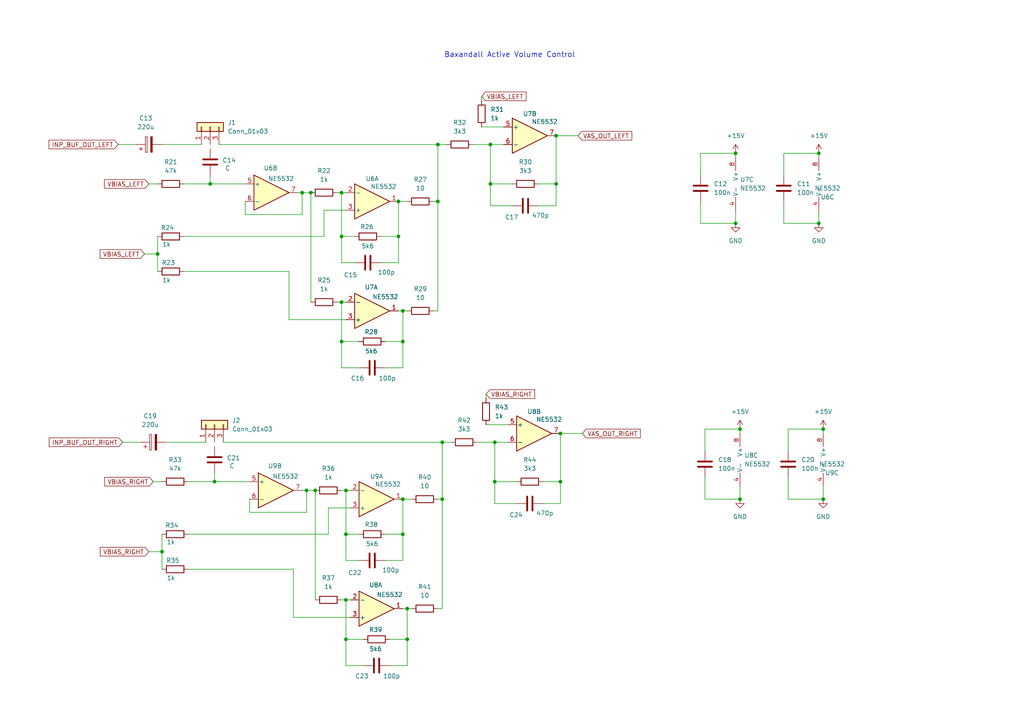
<source format=kicad_sch>
(kicad_sch (version 20250114) (generator "eeschema") (generator_version "9.0")
  (paper "A4")
  (lib_symbols
    (symbol "Amplifier_Operational:NE5532" (pin_names (offset 0.127))
      (property "Reference" "U" (at 0 5.08 0))
      (property "Value" "NE5532" (at 0 -5.08 0))
      (symbol "NE5532_1_1"
        (polyline (pts (xy -5.08 5.08) (xy 5.08 0) (xy -5.08 -5.08) (xy -5.08 5.08)) (stroke (width 0.254)) (fill (type background)))
        (pin input line (at -7.62 2.54 0) (length 2.54) (name "+") (number "3"))
        (pin input line (at -7.62 -2.54 0) (length 2.54) (name "-") (number "2"))
        (pin output line (at 7.62 0 180) (length 2.54) (name "~") (number "1"))
      )
      (symbol "NE5532_2_1"
        (polyline (pts (xy -5.08 5.08) (xy 5.08 0) (xy -5.08 -5.08) (xy -5.08 5.08)) (stroke (width 0.254)) (fill (type background)))
        (pin input line (at -7.62 2.54 0) (length 2.54) (name "+") (number "5"))
        (pin input line (at -7.62 -2.54 0) (length 2.54) (name "-") (number "6"))
        (pin output line (at 7.62 0 180) (length 2.54) (name "~") (number "7"))
      )
      (symbol "NE5532_3_1"
        (pin power_in line (at -2.54 7.62 270) (length 3.81) (name "V+") (number "8"))
        (pin power_in line (at -2.54 -7.62 90) (length 3.81) (name "V-") (number "4"))
      )
    )
    (symbol "Connector_Generic:Conn_01x03" (pin_names (offset 1.016) (hide yes))
      (property "Reference" "J" (at 0 5.08 0))
      (property "Value" "Conn_01x03" (at 0 -5.08 0))
      (symbol "Conn_01x03_1_1"
        (rectangle (start -1.27 3.81) (end 1.27 -3.81) (stroke (width 0.254)) (fill (type background)))
        (rectangle (start -1.27 2.667) (end 0 2.413) (stroke (width 0.1524)))
        (rectangle (start -1.27 0.127) (end 0 -0.127) (stroke (width 0.1524)))
        (rectangle (start -1.27 -2.413) (end 0 -2.667) (stroke (width 0.1524)))
        (pin passive line (at -5.08 2.54 0) (length 3.81) (name "Pin_1") (number "1"))
        (pin passive line (at -5.08 0 0) (length 3.81) (name "Pin_2") (number "2"))
        (pin passive line (at -5.08 -2.54 0) (length 3.81) (name "Pin_3") (number "3"))
      )
    )
    (symbol "Device:C" (pin_numbers (hide yes)) (pin_names (offset 0.254))
      (property "Reference" "C" (at 0.635 2.54 0))
      (property "Value" "C" (at 0.635 -2.54 0))
      (symbol "C_0_1"
        (polyline (pts (xy -2.032 0.762) (xy 2.032 0.762)) (stroke (width 0.508)))
        (polyline (pts (xy -2.032 -0.762) (xy 2.032 -0.762)) (stroke (width 0.508)))
      )
      (symbol "C_1_1"
        (pin passive line (at 0 3.81 270) (length 2.794) (name "~") (number "1"))
        (pin passive line (at 0 -3.81 90) (length 2.794) (name "~") (number "2"))
      )
    )
    (symbol "Device:C_Polarized" (pin_numbers (hide yes)) (pin_names (offset 0.254))
      (property "Reference" "C" (at 0.635 2.54 0))
      (property "Value" "C_Polarized" (at 0.635 -2.54 0))
      (symbol "C_Polarized_0_1"
        (rectangle (start -2.286 0.508) (end 2.286 1.016))
        (polyline (pts (xy -1.778 2.286) (xy -0.762 2.286)))
        (polyline (pts (xy -1.27 2.794) (xy -1.27 1.778)))
        (rectangle (start 2.286 -0.508) (end -2.286 -1.016) (fill (type outline)))
      )
      (symbol "C_Polarized_1_1"
        (pin passive line (at 0 3.81 270) (length 2.794) (name "~") (number "1"))
        (pin passive line (at 0 -3.81 90) (length 2.794) (name "~") (number "2"))
      )
    )
    (symbol "Device:R" (pin_numbers (hide yes)) (pin_names (offset 0))
      (property "Reference" "R" (at 2.032 0 90))
      (property "Value" "R" (at 0 0 90))
      (symbol "R_0_1"
        (rectangle (start -1.016 -2.54) (end 1.016 2.54) (stroke (width 0.254)))
      )
      (symbol "R_1_1"
        (pin passive line (at 0 3.81 270) (length 1.27) (name "~") (number "1"))
        (pin passive line (at 0 -3.81 90) (length 1.27) (name "~") (number "2"))
      )
    )
    (symbol "NE5532_1" (pin_names (offset 0.127))
      (property "Reference" "U6" (at 0 -3.81 0))
      (property "Value" "NE5532" (at 0 -1.27 0))
      (symbol "NE5532_1_1_1"
        (polyline (pts (xy -5.08 1.27) (xy 5.08 6.35) (xy -5.08 11.43) (xy -5.08 1.27)) (stroke (width 0.254)) (fill (type background)))
        (pin input line (at -7.62 8.89 0) (length 2.54) (name "-") (number "2"))
        (pin input line (at -7.62 3.81 0) (length 2.54) (name "+") (number "3"))
        (pin output line (at 7.62 6.35 180) (length 2.54) (name "~") (number "1"))
      )
      (symbol "NE5532_1_2_1"
        (polyline (pts (xy -5.08 5.08) (xy 5.08 0) (xy -5.08 -5.08) (xy -5.08 5.08)) (stroke (width 0.254)) (fill (type background)))
        (pin input line (at -7.62 2.54 0) (length 2.54) (name "+") (number "5"))
        (pin input line (at -7.62 -2.54 0) (length 2.54) (name "-") (number "6"))
        (pin output line (at 7.62 0 180) (length 2.54) (name "~") (number "7"))
      )
      (symbol "NE5532_1_3_1"
        (pin power_in line (at -2.54 7.62 270) (length 3.81) (name "V+") (number "8"))
        (pin power_in line (at -2.54 -7.62 90) (length 3.81) (name "V-") (number "4"))
      )
    )
    (symbol "NE5532_2" (pin_names (offset 0.127))
      (property "Reference" "U6" (at 0 -3.81 0))
      (property "Value" "NE5532" (at 0 -1.27 0))
      (symbol "NE5532_2_1_1"
        (polyline (pts (xy -5.08 1.27) (xy 5.08 6.35) (xy -5.08 11.43) (xy -5.08 1.27)) (stroke (width 0.254)) (fill (type background)))
        (pin input line (at -7.62 8.89 0) (length 2.54) (name "-") (number "2"))
        (pin input line (at -7.62 3.81 0) (length 2.54) (name "+") (number "3"))
        (pin output line (at 7.62 6.35 180) (length 2.54) (name "~") (number "1"))
      )
      (symbol "NE5532_2_2_1"
        (polyline (pts (xy -5.08 5.08) (xy 5.08 0) (xy -5.08 -5.08) (xy -5.08 5.08)) (stroke (width 0.254)) (fill (type background)))
        (pin input line (at -7.62 2.54 0) (length 2.54) (name "+") (number "5"))
        (pin input line (at -7.62 -2.54 0) (length 2.54) (name "-") (number "6"))
        (pin output line (at 7.62 0 180) (length 2.54) (name "~") (number "7"))
      )
      (symbol "NE5532_2_3_1"
        (pin power_in line (at -2.54 7.62 270) (length 3.81) (name "V+") (number "8"))
        (pin power_in line (at -2.54 -7.62 90) (length 3.81) (name "V-") (number "4"))
      )
    )
    (symbol "NE5532_3" (pin_names (offset 0.127))
      (property "Reference" "U6" (at 0 -3.81 0))
      (property "Value" "NE5532" (at 0 -1.27 0))
      (symbol "NE5532_3_1_1"
        (polyline (pts (xy -5.08 1.27) (xy 5.08 6.35) (xy -5.08 11.43) (xy -5.08 1.27)) (stroke (width 0.254)) (fill (type background)))
        (pin input line (at -7.62 8.89 0) (length 2.54) (name "-") (number "2"))
        (pin input line (at -7.62 3.81 0) (length 2.54) (name "+") (number "3"))
        (pin output line (at 7.62 6.35 180) (length 2.54) (name "~") (number "1"))
      )
      (symbol "NE5532_3_2_1"
        (polyline (pts (xy -5.08 5.08) (xy 5.08 0) (xy -5.08 -5.08) (xy -5.08 5.08)) (stroke (width 0.254)) (fill (type background)))
        (pin input line (at -7.62 2.54 0) (length 2.54) (name "+") (number "5"))
        (pin input line (at -7.62 -2.54 0) (length 2.54) (name "-") (number "6"))
        (pin output line (at 7.62 0 180) (length 2.54) (name "~") (number "7"))
      )
      (symbol "NE5532_3_3_1"
        (pin power_in line (at -2.54 7.62 270) (length 3.81) (name "V+") (number "8"))
        (pin power_in line (at -2.54 -7.62 90) (length 3.81) (name "V-") (number "4"))
      )
    )
    (symbol "power:+15V" (power) (pin_numbers (hide yes)) (pin_names (offset 0) (hide yes))
      (property "Value" "+15V" (at 0 3.556 0))
      (symbol "+15V_0_1"
        (polyline (pts (xy -0.762 1.27) (xy 0 2.54)))
        (polyline (pts (xy 0 2.54) (xy 0.762 1.27)))
        (polyline (pts (xy 0 0) (xy 0 2.54)))
      )
      (symbol "+15V_1_1"
        (pin power_in line (at 0 0 90) (length 0) (name "~") (number "1"))
      )
    )
    (symbol "power:GND" (power) (pin_numbers (hide yes)) (pin_names (offset 0) (hide yes))
      (property "Value" "GND" (at 0 -3.81 0))
      (symbol "GND_0_1"
        (polyline (pts (xy 0 0) (xy 0 -1.27) (xy 1.27 -1.27) (xy 0 -2.54) (xy -1.27 -1.27) (xy 0 -1.27)))
      )
      (symbol "GND_1_1"
        (pin power_in line (at 0 0 270) (length 0) (name "~") (number "1"))
      )
    )
  )
  (text "Baxandall Active Volume Control\n" (at 147.828 16.002 0) (effects (font (size 1.524 1.524))))
  (junction (at 214.63 124.46))
  (junction (at 162.56 125.73))
  (junction (at 214.63 144.78))
  (junction (at 118.11 185.42))
  (junction (at 99.06 99.06))
  (junction (at 100.33 154.94))
  (junction (at 142.24 41.91))
  (junction (at 99.06 87.63))
  (junction (at 100.33 142.24))
  (junction (at 91.44 142.24))
  (junction (at 100.33 173.99))
  (junction (at 100.33 185.42))
  (junction (at 127 41.91))
  (junction (at 213.36 64.77))
  (junction (at 115.57 58.42))
  (junction (at 99.06 55.88))
  (junction (at 62.23 139.7))
  (junction (at 60.96 53.34))
  (junction (at 99.06 68.58))
  (junction (at 128.27 144.78))
  (junction (at 116.84 154.94))
  (junction (at 143.51 139.7))
  (junction (at 128.27 128.27))
  (junction (at 88.9 142.24))
  (junction (at 90.17 55.88))
  (junction (at 237.49 64.77))
  (junction (at 45.72 73.66))
  (junction (at 161.29 53.34))
  (junction (at 161.29 39.37))
  (junction (at 238.76 124.46))
  (junction (at 116.84 90.17))
  (junction (at 116.84 99.06))
  (junction (at 162.56 139.7))
  (junction (at 213.36 44.45))
  (junction (at 237.49 44.45))
  (junction (at 118.11 176.53))
  (junction (at 143.51 128.27))
  (junction (at 115.57 68.58))
  (junction (at 142.24 53.34))
  (junction (at 87.63 55.88))
  (junction (at 127 58.42))
  (junction (at 116.84 144.78))
  (junction (at 238.76 144.78))
  (junction (at 46.99 160.02))
  (wire (pts (xy 104.14 162.56) (xy 100.33 162.56)))
  (wire (pts (xy 111.76 154.94) (xy 116.84 154.94)))
  (wire (pts (xy 116.84 106.68) (xy 116.84 99.06)))
  (wire (pts (xy 118.11 176.53) (xy 116.84 176.53)))
  (wire (pts (xy 228.6 144.78) (xy 238.76 144.78)))
  (wire (pts (xy 34.29 41.91) (xy 39.37 41.91)))
  (wire (pts (xy 147.32 123.19) (xy 140.97 123.19)))
  (wire (pts (xy 227.33 64.77) (xy 227.33 58.42)))
  (wire (pts (xy 99.06 55.88) (xy 100.33 55.88)))
  (wire (pts (xy 110.49 76.2) (xy 115.57 76.2)))
  (wire (pts (xy 54.61 154.94) (xy 95.25 154.94)))
  (wire (pts (xy 128.27 144.78) (xy 128.27 176.53)))
  (wire (pts (xy 85.09 165.1) (xy 85.09 179.07)))
  (wire (pts (xy 227.33 44.45) (xy 237.49 44.45)))
  (wire (pts (xy 100.33 193.04) (xy 105.41 193.04)))
  (wire (pts (xy 118.11 185.42) (xy 118.11 176.53)))
  (wire (pts (xy 53.34 53.34) (xy 60.96 53.34)))
  (wire (pts (xy 204.47 144.78) (xy 214.63 144.78)))
  (wire (pts (xy 139.7 27.94) (xy 139.7 29.21)))
  (wire (pts (xy 44.45 139.7) (xy 46.99 139.7)))
  (wire (pts (xy 143.51 128.27) (xy 143.51 139.7)))
  (wire (pts (xy 148.59 59.69) (xy 142.24 59.69)))
  (wire (pts (xy 115.57 68.58) (xy 115.57 76.2)))
  (wire (pts (xy 161.29 53.34) (xy 161.29 59.69)))
  (wire (pts (xy 204.47 144.78) (xy 204.47 138.43)))
  (wire (pts (xy 237.49 44.45) (xy 237.49 45.72)))
  (wire (pts (xy 53.34 78.74) (xy 83.82 78.74)))
  (wire (pts (xy 143.51 146.05) (xy 143.51 139.7)))
  (wire (pts (xy 64.77 128.27) (xy 128.27 128.27)))
  (wire (pts (xy 48.26 128.27) (xy 59.69 128.27)))
  (wire (pts (xy 99.06 87.63) (xy 100.33 87.63)))
  (wire (pts (xy 99.06 55.88) (xy 99.06 68.58)))
  (wire (pts (xy 137.16 41.91) (xy 142.24 41.91)))
  (wire (pts (xy 85.09 179.07) (xy 101.6 179.07)))
  (wire (pts (xy 142.24 59.69) (xy 142.24 53.34)))
  (wire (pts (xy 116.84 144.78) (xy 116.84 154.94)))
  (wire (pts (xy 162.56 125.73) (xy 168.91 125.73)))
  (wire (pts (xy 204.47 130.81) (xy 204.47 124.46)))
  (wire (pts (xy 46.99 41.91) (xy 58.42 41.91)))
  (wire (pts (xy 156.21 53.34) (xy 161.29 53.34)))
  (wire (pts (xy 127 58.42) (xy 127 41.91)))
  (wire (pts (xy 62.23 139.7) (xy 72.39 139.7)))
  (wire (pts (xy 93.98 68.58) (xy 93.98 60.96)))
  (wire (pts (xy 203.2 64.77) (xy 203.2 58.42)))
  (wire (pts (xy 228.6 144.78) (xy 228.6 138.43)))
  (wire (pts (xy 46.99 165.1) (xy 46.99 160.02)))
  (wire (pts (xy 140.97 114.3) (xy 140.97 115.57)))
  (wire (pts (xy 41.91 73.66) (xy 45.72 73.66)))
  (wire (pts (xy 71.12 62.23) (xy 87.63 62.23)))
  (wire (pts (xy 111.76 106.68) (xy 116.84 106.68)))
  (wire (pts (xy 53.34 68.58) (xy 93.98 68.58)))
  (wire (pts (xy 88.9 142.24) (xy 87.63 142.24)))
  (wire (pts (xy 203.2 44.45) (xy 213.36 44.45)))
  (wire (pts (xy 116.84 154.94) (xy 116.84 162.56)))
  (wire (pts (xy 95.25 154.94) (xy 95.25 147.32)))
  (wire (pts (xy 35.56 128.27) (xy 40.64 128.27)))
  (wire (pts (xy 99.06 106.68) (xy 104.14 106.68)))
  (wire (pts (xy 238.76 140.97) (xy 238.76 144.78)))
  (wire (pts (xy 105.41 185.42) (xy 100.33 185.42)))
  (wire (pts (xy 161.29 39.37) (xy 161.29 53.34)))
  (wire (pts (xy 100.33 162.56) (xy 100.33 154.94)))
  (wire (pts (xy 203.2 50.8) (xy 203.2 44.45)))
  (wire (pts (xy 99.06 99.06) (xy 99.06 106.68)))
  (wire (pts (xy 45.72 78.74) (xy 45.72 73.66)))
  (wire (pts (xy 149.86 146.05) (xy 143.51 146.05)))
  (wire (pts (xy 213.36 60.96) (xy 213.36 64.77)))
  (wire (pts (xy 127 144.78) (xy 128.27 144.78)))
  (wire (pts (xy 72.39 144.78) (xy 72.39 148.59)))
  (wire (pts (xy 157.48 146.05) (xy 162.56 146.05)))
  (wire (pts (xy 100.33 154.94) (xy 104.14 154.94)))
  (wire (pts (xy 162.56 125.73) (xy 162.56 139.7)))
  (wire (pts (xy 128.27 144.78) (xy 128.27 128.27)))
  (wire (pts (xy 128.27 128.27) (xy 130.81 128.27)))
  (wire (pts (xy 91.44 142.24) (xy 91.44 173.99)))
  (wire (pts (xy 227.33 64.77) (xy 237.49 64.77)))
  (wire (pts (xy 43.18 53.34) (xy 45.72 53.34)))
  (wire (pts (xy 104.14 99.06) (xy 99.06 99.06)))
  (wire (pts (xy 100.33 142.24) (xy 100.33 154.94)))
  (wire (pts (xy 45.72 73.66) (xy 45.72 68.58)))
  (wire (pts (xy 95.25 147.32) (xy 101.6 147.32)))
  (wire (pts (xy 142.24 41.91) (xy 146.05 41.91)))
  (wire (pts (xy 100.33 185.42) (xy 100.33 173.99)))
  (wire (pts (xy 99.06 173.99) (xy 100.33 173.99)))
  (wire (pts (xy 142.24 53.34) (xy 148.59 53.34)))
  (wire (pts (xy 214.63 124.46) (xy 214.63 125.73)))
  (wire (pts (xy 110.49 68.58) (xy 115.57 68.58)))
  (wire (pts (xy 43.18 160.02) (xy 46.99 160.02)))
  (wire (pts (xy 99.06 68.58) (xy 102.87 68.58)))
  (wire (pts (xy 143.51 128.27) (xy 147.32 128.27)))
  (wire (pts (xy 115.57 58.42) (xy 118.11 58.42)))
  (wire (pts (xy 60.96 53.34) (xy 71.12 53.34)))
  (wire (pts (xy 71.12 58.42) (xy 71.12 62.23)))
  (wire (pts (xy 228.6 124.46) (xy 238.76 124.46)))
  (wire (pts (xy 87.63 55.88) (xy 86.36 55.88)))
  (wire (pts (xy 99.06 76.2) (xy 99.06 68.58)))
  (wire (pts (xy 143.51 139.7) (xy 149.86 139.7)))
  (wire (pts (xy 60.96 50.8) (xy 60.96 53.34)))
  (wire (pts (xy 213.36 44.45) (xy 213.36 45.72)))
  (wire (pts (xy 228.6 130.81) (xy 228.6 124.46)))
  (wire (pts (xy 97.79 87.63) (xy 99.06 87.63)))
  (wire (pts (xy 102.87 76.2) (xy 99.06 76.2)))
  (wire (pts (xy 116.84 144.78) (xy 119.38 144.78)))
  (wire (pts (xy 138.43 128.27) (xy 143.51 128.27)))
  (wire (pts (xy 162.56 139.7) (xy 162.56 146.05)))
  (wire (pts (xy 238.76 124.46) (xy 238.76 125.73)))
  (wire (pts (xy 99.06 99.06) (xy 99.06 87.63)))
  (wire (pts (xy 62.23 137.16) (xy 62.23 139.7)))
  (wire (pts (xy 116.84 90.17) (xy 115.57 90.17)))
  (wire (pts (xy 54.61 139.7) (xy 62.23 139.7)))
  (wire (pts (xy 100.33 173.99) (xy 101.6 173.99)))
  (wire (pts (xy 116.84 90.17) (xy 118.11 90.17)))
  (wire (pts (xy 161.29 39.37) (xy 167.64 39.37)))
  (wire (pts (xy 127 58.42) (xy 127 90.17)))
  (wire (pts (xy 87.63 55.88) (xy 90.17 55.88)))
  (wire (pts (xy 113.03 185.42) (xy 118.11 185.42)))
  (wire (pts (xy 100.33 185.42) (xy 100.33 193.04)))
  (wire (pts (xy 63.5 41.91) (xy 127 41.91)))
  (wire (pts (xy 214.63 140.97) (xy 214.63 144.78)))
  (wire (pts (xy 146.05 36.83) (xy 139.7 36.83)))
  (wire (pts (xy 99.06 142.24) (xy 100.33 142.24)))
  (wire (pts (xy 142.24 41.91) (xy 142.24 53.34)))
  (wire (pts (xy 203.2 64.77) (xy 213.36 64.77)))
  (wire (pts (xy 54.61 165.1) (xy 85.09 165.1)))
  (wire (pts (xy 83.82 92.71) (xy 100.33 92.71)))
  (wire (pts (xy 100.33 142.24) (xy 101.6 142.24)))
  (wire (pts (xy 118.11 176.53) (xy 119.38 176.53)))
  (wire (pts (xy 118.11 193.04) (xy 118.11 185.42)))
  (wire (pts (xy 72.39 148.59) (xy 88.9 148.59)))
  (wire (pts (xy 156.21 59.69) (xy 161.29 59.69)))
  (wire (pts (xy 111.76 99.06) (xy 116.84 99.06)))
  (wire (pts (xy 83.82 78.74) (xy 83.82 92.71)))
  (wire (pts (xy 87.63 62.23) (xy 87.63 55.88)))
  (wire (pts (xy 88.9 142.24) (xy 91.44 142.24)))
  (wire (pts (xy 116.84 99.06) (xy 116.84 90.17)))
  (wire (pts (xy 125.73 90.17) (xy 127 90.17)))
  (wire (pts (xy 204.47 124.46) (xy 214.63 124.46)))
  (wire (pts (xy 113.03 193.04) (xy 118.11 193.04)))
  (wire (pts (xy 97.79 55.88) (xy 99.06 55.88)))
  (wire (pts (xy 88.9 148.59) (xy 88.9 142.24)))
  (wire (pts (xy 237.49 60.96) (xy 237.49 64.77)))
  (wire (pts (xy 111.76 162.56) (xy 116.84 162.56)))
  (wire (pts (xy 46.99 160.02) (xy 46.99 154.94)))
  (wire (pts (xy 93.98 60.96) (xy 100.33 60.96)))
  (wire (pts (xy 157.48 139.7) (xy 162.56 139.7)))
  (wire (pts (xy 127 41.91) (xy 129.54 41.91)))
  (wire (pts (xy 90.17 55.88) (xy 90.17 87.63)))
  (wire (pts (xy 227.33 50.8) (xy 227.33 44.45)))
  (wire (pts (xy 125.73 58.42) (xy 127 58.42)))
  (wire (pts (xy 115.57 58.42) (xy 115.57 68.58)))
  (wire (pts (xy 127 176.53) (xy 128.27 176.53)))
  (global_label "VAS_OUT_RIGHT" (shape input) (at 168.91 125.73 0) (property "Intersheetrefs" "${INTERSHEET_REFS}" (effects (hide yes))))
  (global_label "VBIAS_LEFT" (shape input) (at 43.18 53.34 180) (property "Intersheetrefs" "${INTERSHEET_REFS}" (effects (hide yes))))
  (global_label "INP_BUF_OUT_LEFT" (shape input) (at 34.29 41.91 180) (property "Intersheetrefs" "${INTERSHEET_REFS}" (effects (hide yes))))
  (global_label "VAS_OUT_LEFT" (shape input) (at 167.64 39.37 0) (property "Intersheetrefs" "${INTERSHEET_REFS}" (effects (hide yes))))
  (global_label "VBIAS_RIGHT" (shape input) (at 43.18 160.02 180) (property "Intersheetrefs" "${INTERSHEET_REFS}" (effects (hide yes))))
  (global_label "INP_BUF_OUT_RIGHT" (shape input) (at 35.56 128.27 180) (property "Intersheetrefs" "${INTERSHEET_REFS}" (effects (hide yes))))
  (global_label "VBIAS_RIGHT" (shape input) (at 44.45 139.7 180) (property "Intersheetrefs" "${INTERSHEET_REFS}" (effects (hide yes))))
  (global_label "VBIAS_RIGHT" (shape input) (at 140.97 114.3 0) (property "Intersheetrefs" "${INTERSHEET_REFS}" (effects (hide yes))))
  (global_label "VBIAS_LEFT" (shape input) (at 41.91 73.66 180) (property "Intersheetrefs" "${INTERSHEET_REFS}" (effects (hide yes))))
  (global_label "VBIAS_LEFT" (shape input) (at 139.7 27.94 0) (property "Intersheetrefs" "${INTERSHEET_REFS}" (effects (hide yes))))
  (symbol (lib_id "Device:R") (at 107.95 99.06 270) (unit 1)
    (property "Reference" "R28" (at 107.696 96.266 90))
    (property "Value" "5k6" (at 107.696 101.854 90))
    (property "Description" "Resistor" (effects (hide yes)))
  )
  (symbol (lib_id "Connector_Generic:Conn_01x03") (at 60.96 36.83 90) (unit 1)
    (property "Reference" "J1" (at 66.04 35.5599 90) (effects (justify right)))
    (property "Value" "Conn_01x03" (at 66.04 38.0999 90) (effects (justify right)))
    (property "Description" "Generic connector, single row, 01x03, script generated (kicad-library-utils/schlib/autogen/connector/)" (effects (hide yes)))
  )
  (symbol (lib_id "power:GND") (at 238.76 144.78 0) (unit 1)
    (property "Reference" "#PWR027" (effects (hide yes)))
    (property "Value" "GND" (at 238.76 149.86 0))
    (property "Description" "Power symbol creates a global label with name \"GND\" , ground" (effects (hide yes)))
  )
  (symbol (lib_id "Amplifier_Operational:NE5532") (at 215.9 53.34 0) (unit 3)
    (property "Reference" "U7" (at 214.63 52.0699 0) (effects (justify left)))
    (property "Value" "NE5532" (at 214.63 54.6099 0) (effects (justify left)))
    (property "Datasheet" "http://www.ti.com/lit/ds/symlink/ne5532.pdf" (effects (hide yes)))
    (property "Description" "Dual Low-Noise Operational Amplifiers, DIP-8/SOIC-8" (effects (hide yes)))
  )
  (symbol (lib_name "NE5532_1") (lib_id "Amplifier_Operational:NE5532") (at 240.03 53.34 0) (unit 3)
    (property "Reference" "U6" (at 240.03 57.15 0))
    (property "Value" "NE5532" (at 240.03 54.61 0))
    (property "Datasheet" "http://www.ti.com/lit/ds/symlink/ne5532.pdf" (effects (hide yes)))
    (property "Description" "Dual Low-Noise Operational Amplifiers, DIP-8/SOIC-8" (effects (hide yes)))
  )
  (symbol (lib_id "Device:R") (at 139.7 33.02 180) (unit 1)
    (property "Reference" "R31" (at 142.24 31.7499 0) (effects (justify right)))
    (property "Value" "1k" (at 142.24 34.2899 0) (effects (justify right)))
    (property "Description" "Resistor" (effects (hide yes)))
  )
  (symbol (lib_id "Device:C") (at 107.95 162.56 90) (unit 1)
    (property "Reference" "C22" (at 104.902 166.116 90) (effects (justify left)))
    (property "Value" "100p" (at 115.824 165.354 90) (effects (justify left)))
    (property "Description" "Unpolarized capacitor" (effects (hide yes)))
  )
  (symbol (lib_id "Device:C") (at 152.4 59.69 90) (unit 1)
    (property "Reference" "C17" (at 150.368 62.992 90) (effects (justify left)))
    (property "Value" "470p" (at 159.258 62.484 90) (effects (justify left)))
    (property "Description" "Unpolarized capacitor" (effects (hide yes)))
  )
  (symbol (lib_id "Device:C") (at 106.68 76.2 90) (unit 1)
    (property "Reference" "C15" (at 103.632 79.756 90) (effects (justify left)))
    (property "Value" "100p" (at 114.554 78.994 90) (effects (justify left)))
    (property "Description" "Unpolarized capacitor" (effects (hide yes)))
  )
  (symbol (lib_name "NE5532_2") (lib_id "Amplifier_Operational:NE5532") (at 107.95 96.52 0) (unit 1)
    (property "Reference" "U7" (at 107.696 83.312 0))
    (property "Value" "NE5532" (at 111.76 86.106 0))
    (property "Datasheet" "http://www.ti.com/lit/ds/symlink/ne5532.pdf" (effects (hide yes)))
    (property "Description" "Dual Low-Noise Operational Amplifiers, DIP-8/SOIC-8" (effects (hide yes)))
  )
  (symbol (lib_name "NE5532_2") (lib_id "Amplifier_Operational:NE5532") (at 109.22 151.13 0) (unit 1)
    (property "Reference" "U9" (at 109.22 138.176 0))
    (property "Value" "NE5532" (at 112.522 140.462 0))
    (property "Datasheet" "http://www.ti.com/lit/ds/symlink/ne5532.pdf" (effects (hide yes)))
    (property "Description" "Dual Low-Noise Operational Amplifiers, DIP-8/SOIC-8" (effects (hide yes)))
  )
  (symbol (lib_name "NE5532_2") (lib_id "Amplifier_Operational:NE5532") (at 109.22 182.88 0) (unit 1)
    (property "Reference" "U8" (at 108.966 169.672 0))
    (property "Value" "NE5532" (at 113.03 172.466 0))
    (property "Datasheet" "http://www.ti.com/lit/ds/symlink/ne5532.pdf" (effects (hide yes)))
    (property "Description" "Dual Low-Noise Operational Amplifiers, DIP-8/SOIC-8" (effects (hide yes)))
  )
  (symbol (lib_id "Device:R") (at 95.25 142.24 90) (unit 1)
    (property "Reference" "R36" (at 95.25 135.89 90))
    (property "Value" "1k" (at 95.25 138.43 90))
    (property "Description" "Resistor" (effects (hide yes)))
  )
  (symbol (lib_name "NE5532_3") (lib_id "Amplifier_Operational:NE5532") (at 78.74 55.88 0) (unit 2)
    (property "Reference" "U6" (at 78.486 48.768 0))
    (property "Value" "NE5532" (at 81.534 51.816 0))
    (property "Datasheet" "http://www.ti.com/lit/ds/symlink/ne5532.pdf" (effects (hide yes)))
    (property "Description" "Dual Low-Noise Operational Amplifiers, DIP-8/SOIC-8" (effects (hide yes)))
  )
  (symbol (lib_id "power:GND") (at 237.49 64.77 0) (unit 1)
    (property "Reference" "#PWR021" (effects (hide yes)))
    (property "Value" "GND" (at 237.49 69.85 0))
    (property "Description" "Power symbol creates a global label with name \"GND\" , ground" (effects (hide yes)))
  )
  (symbol (lib_id "Device:R") (at 152.4 53.34 270) (unit 1)
    (property "Reference" "R30" (at 152.4 46.99 90))
    (property "Value" "3k3" (at 152.4 49.53 90))
    (property "Description" "Resistor" (effects (hide yes)))
  )
  (symbol (lib_id "Device:R") (at 107.95 154.94 270) (unit 1)
    (property "Reference" "R38" (at 107.696 152.146 90))
    (property "Value" "5k6" (at 107.95 157.734 90))
    (property "Description" "Resistor" (effects (hide yes)))
  )
  (symbol (lib_id "Device:C") (at 60.96 46.99 0) (unit 1)
    (property "Reference" "C14" (at 64.516 46.482 0) (effects (justify left)))
    (property "Value" "C" (at 65.278 48.768 0) (effects (justify left)))
    (property "Description" "Unpolarized capacitor" (effects (hide yes)))
  )
  (symbol (lib_id "Device:C") (at 204.47 134.62 0) (unit 1)
    (property "Reference" "C18" (at 208.28 133.3499 0) (effects (justify left)))
    (property "Value" "100n" (at 208.28 135.8899 0) (effects (justify left)))
    (property "Description" "Unpolarized capacitor" (effects (hide yes)))
  )
  (symbol (lib_id "Device:R") (at 134.62 128.27 270) (unit 1)
    (property "Reference" "R42" (at 134.62 121.92 90))
    (property "Value" "3k3" (at 134.62 124.46 90))
    (property "Description" "Resistor" (effects (hide yes)))
  )
  (symbol (lib_id "Device:R") (at 50.8 165.1 270) (unit 1)
    (property "Reference" "R35" (at 52.07 162.56 90) (effects (justify right)))
    (property "Value" "1k" (at 50.8 167.64 90) (effects (justify right)))
    (property "Description" "Resistor" (effects (hide yes)))
  )
  (symbol (lib_id "Device:R") (at 121.92 58.42 270) (unit 1)
    (property "Reference" "R27" (at 121.92 52.07 90))
    (property "Value" "10" (at 121.92 54.61 90))
    (property "Description" "Resistor" (effects (hide yes)))
  )
  (symbol (lib_id "Device:C") (at 107.95 106.68 90) (unit 1)
    (property "Reference" "C16" (at 105.664 109.728 90) (effects (justify left)))
    (property "Value" "100p" (at 114.808 109.728 90) (effects (justify left)))
    (property "Description" "Unpolarized capacitor" (effects (hide yes)))
  )
  (symbol (lib_id "power:GND") (at 214.63 144.78 0) (unit 1)
    (property "Reference" "#PWR025" (effects (hide yes)))
    (property "Value" "GND" (at 214.63 149.86 0))
    (property "Description" "Power symbol creates a global label with name \"GND\" , ground" (effects (hide yes)))
  )
  (symbol (lib_id "Device:R") (at 50.8 139.7 90) (unit 1)
    (property "Reference" "R33" (at 50.8 133.35 90))
    (property "Value" "47k" (at 50.8 135.89 90))
    (property "Description" "Resistor" (effects (hide yes)))
  )
  (symbol (lib_id "Device:R") (at 95.25 173.99 90) (unit 1)
    (property "Reference" "R37" (at 95.25 167.64 90))
    (property "Value" "1k" (at 95.25 170.18 90))
    (property "Description" "Resistor" (effects (hide yes)))
  )
  (symbol (lib_name "NE5532_3") (lib_id "Amplifier_Operational:NE5532") (at 80.01 142.24 0) (unit 2)
    (property "Reference" "U9" (at 79.756 135.128 0))
    (property "Value" "NE5532" (at 82.804 138.176 0))
    (property "Datasheet" "http://www.ti.com/lit/ds/symlink/ne5532.pdf" (effects (hide yes)))
    (property "Description" "Dual Low-Noise Operational Amplifiers, DIP-8/SOIC-8" (effects (hide yes)))
  )
  (symbol (lib_id "Device:C") (at 153.67 146.05 90) (unit 1)
    (property "Reference" "C24" (at 151.638 149.352 90) (effects (justify left)))
    (property "Value" "470p" (at 160.528 148.844 90) (effects (justify left)))
    (property "Description" "Unpolarized capacitor" (effects (hide yes)))
  )
  (symbol (lib_id "power:+15V") (at 238.76 124.46 0) (unit 1)
    (property "Reference" "#PWR026" (effects (hide yes)))
    (property "Value" "+15V" (at 238.76 119.38 0))
    (property "Description" "Power symbol creates a global label with name \"+15V\"" (effects (hide yes)))
  )
  (symbol (lib_id "Device:R") (at 140.97 119.38 180) (unit 1)
    (property "Reference" "R43" (at 143.51 118.1099 0) (effects (justify right)))
    (property "Value" "1k" (at 143.51 120.6499 0) (effects (justify right)))
    (property "Description" "Resistor" (effects (hide yes)))
  )
  (symbol (lib_name "NE5532_2") (lib_id "Amplifier_Operational:NE5532") (at 107.95 64.77 0) (unit 1)
    (property "Reference" "U6" (at 107.95 51.816 0))
    (property "Value" "NE5532" (at 111.252 54.102 0))
    (property "Datasheet" "http://www.ti.com/lit/ds/symlink/ne5532.pdf" (effects (hide yes)))
    (property "Description" "Dual Low-Noise Operational Amplifiers, DIP-8/SOIC-8" (effects (hide yes)))
  )
  (symbol (lib_id "Device:R") (at 50.8 154.94 270) (unit 1)
    (property "Reference" "R34" (at 51.816 152.4 90) (effects (justify right)))
    (property "Value" "1k" (at 50.8 157.226 90) (effects (justify right)))
    (property "Description" "Resistor" (effects (hide yes)))
  )
  (symbol (lib_name "NE5532_1") (lib_id "Amplifier_Operational:NE5532") (at 241.3 133.35 0) (unit 3)
    (property "Reference" "U9" (at 241.3 137.16 0))
    (property "Value" "NE5532" (at 241.3 134.62 0))
    (property "Datasheet" "http://www.ti.com/lit/ds/symlink/ne5532.pdf" (effects (hide yes)))
    (property "Description" "Dual Low-Noise Operational Amplifiers, DIP-8/SOIC-8" (effects (hide yes)))
  )
  (symbol (lib_id "Device:R") (at 49.53 53.34 90) (unit 1)
    (property "Reference" "R21" (at 49.53 46.99 90))
    (property "Value" "47k" (at 49.53 49.53 90))
    (property "Description" "Resistor" (effects (hide yes)))
  )
  (symbol (lib_id "power:+15V") (at 213.36 44.45 0) (unit 1)
    (property "Reference" "#PWR022" (effects (hide yes)))
    (property "Value" "+15V" (at 213.36 39.37 0))
    (property "Description" "Power symbol creates a global label with name \"+15V\"" (effects (hide yes)))
  )
  (symbol (lib_id "Amplifier_Operational:NE5532") (at 217.17 133.35 0) (unit 3)
    (property "Reference" "U8" (at 215.9 132.0799 0) (effects (justify left)))
    (property "Value" "NE5532" (at 215.9 134.6199 0) (effects (justify left)))
    (property "Datasheet" "http://www.ti.com/lit/ds/symlink/ne5532.pdf" (effects (hide yes)))
    (property "Description" "Dual Low-Noise Operational Amplifiers, DIP-8/SOIC-8" (effects (hide yes)))
  )
  (symbol (lib_id "Device:R") (at 121.92 90.17 270) (unit 1)
    (property "Reference" "R29" (at 121.92 83.82 90))
    (property "Value" "10" (at 121.92 86.36 90))
    (property "Description" "Resistor" (effects (hide yes)))
  )
  (symbol (lib_id "Device:R") (at 49.53 78.74 270) (unit 1)
    (property "Reference" "R23" (at 50.8 76.2 90) (effects (justify right)))
    (property "Value" "1k" (at 49.53 81.28 90) (effects (justify right)))
    (property "Description" "Resistor" (effects (hide yes)))
  )
  (symbol (lib_id "Device:R") (at 93.98 87.63 90) (unit 1)
    (property "Reference" "R25" (at 93.98 81.28 90))
    (property "Value" "1k" (at 93.98 83.82 90))
    (property "Description" "Resistor" (effects (hide yes)))
  )
  (symbol (lib_id "Device:R") (at 133.35 41.91 270) (unit 1)
    (property "Reference" "R32" (at 133.35 35.56 90))
    (property "Value" "3k3" (at 133.35 38.1 90))
    (property "Description" "Resistor" (effects (hide yes)))
  )
  (symbol (lib_id "Device:R") (at 49.53 68.58 270) (unit 1)
    (property "Reference" "R24" (at 50.546 66.04 90) (effects (justify right)))
    (property "Value" "1k" (at 49.53 70.866 90) (effects (justify right)))
    (property "Description" "Resistor" (effects (hide yes)))
  )
  (symbol (lib_id "Device:C") (at 62.23 133.35 0) (unit 1)
    (property "Reference" "C21" (at 65.786 132.842 0) (effects (justify left)))
    (property "Value" "C" (at 66.548 135.128 0) (effects (justify left)))
    (property "Description" "Unpolarized capacitor" (effects (hide yes)))
  )
  (symbol (lib_id "Device:R") (at 93.98 55.88 90) (unit 1)
    (property "Reference" "R22" (at 93.98 49.53 90))
    (property "Value" "1k" (at 93.98 52.07 90))
    (property "Description" "Resistor" (effects (hide yes)))
  )
  (symbol (lib_id "Connector_Generic:Conn_01x03") (at 62.23 123.19 90) (unit 1)
    (property "Reference" "J2" (at 67.31 121.9199 90) (effects (justify right)))
    (property "Value" "Conn_01x03" (at 67.31 124.4599 90) (effects (justify right)))
    (property "Description" "Generic connector, single row, 01x03, script generated (kicad-library-utils/schlib/autogen/connector/)" (effects (hide yes)))
  )
  (symbol (lib_id "Device:C_Polarized") (at 43.18 41.91 90) (unit 1)
    (property "Reference" "C13" (at 42.291 34.29 90))
    (property "Value" "220u" (at 42.291 36.83 90))
    (property "Description" "Polarized capacitor" (effects (hide yes)))
  )
  (symbol (lib_id "Device:R") (at 153.67 139.7 270) (unit 1)
    (property "Reference" "R44" (at 153.67 133.35 90))
    (property "Value" "3k3" (at 153.67 135.89 90))
    (property "Description" "Resistor" (effects (hide yes)))
  )
  (symbol (lib_id "Amplifier_Operational:NE5532") (at 153.67 39.37 0) (unit 2)
    (property "Reference" "U7" (at 153.67 33.02 0))
    (property "Value" "NE5532" (at 157.988 35.306 0))
    (property "Datasheet" "http://www.ti.com/lit/ds/symlink/ne5532.pdf" (effects (hide yes)))
    (property "Description" "Dual Low-Noise Operational Amplifiers, DIP-8/SOIC-8" (effects (hide yes)))
  )
  (symbol (lib_id "Amplifier_Operational:NE5532") (at 154.94 125.73 0) (unit 2)
    (property "Reference" "U8" (at 154.94 119.38 0))
    (property "Value" "NE5532" (at 159.258 121.666 0))
    (property "Datasheet" "http://www.ti.com/lit/ds/symlink/ne5532.pdf" (effects (hide yes)))
    (property "Description" "Dual Low-Noise Operational Amplifiers, DIP-8/SOIC-8" (effects (hide yes)))
  )
  (symbol (lib_id "Device:C") (at 203.2 54.61 0) (unit 1)
    (property "Reference" "C12" (at 207.01 53.3399 0) (effects (justify left)))
    (property "Value" "100n" (at 207.01 55.8799 0) (effects (justify left)))
    (property "Description" "Unpolarized capacitor" (effects (hide yes)))
  )
  (symbol (lib_id "Device:R") (at 123.19 144.78 270) (unit 1)
    (property "Reference" "R40" (at 123.19 138.43 90))
    (property "Value" "10" (at 123.19 140.97 90))
    (property "Description" "Resistor" (effects (hide yes)))
  )
  (symbol (lib_id "Device:R") (at 106.68 68.58 270) (unit 1)
    (property "Reference" "R26" (at 106.426 65.786 90))
    (property "Value" "5k6" (at 106.68 71.374 90))
    (property "Description" "Resistor" (effects (hide yes)))
  )
  (symbol (lib_id "Device:C") (at 109.22 193.04 90) (unit 1)
    (property "Reference" "C23" (at 106.934 196.088 90) (effects (justify left)))
    (property "Value" "100p" (at 116.078 196.088 90) (effects (justify left)))
    (property "Description" "Unpolarized capacitor" (effects (hide yes)))
  )
  (symbol (lib_id "Device:C") (at 227.33 54.61 0) (unit 1)
    (property "Reference" "C11" (at 231.14 53.3399 0) (effects (justify left)))
    (property "Value" "100n" (at 231.14 55.8799 0) (effects (justify left)))
    (property "Description" "Unpolarized capacitor" (effects (hide yes)))
  )
  (symbol (lib_id "Device:C") (at 228.6 134.62 0) (unit 1)
    (property "Reference" "C20" (at 232.41 133.3499 0) (effects (justify left)))
    (property "Value" "100n" (at 232.41 135.8899 0) (effects (justify left)))
    (property "Description" "Unpolarized capacitor" (effects (hide yes)))
  )
  (symbol (lib_id "Device:R") (at 123.19 176.53 270) (unit 1)
    (property "Reference" "R41" (at 123.19 170.18 90))
    (property "Value" "10" (at 123.19 172.72 90))
    (property "Description" "Resistor" (effects (hide yes)))
  )
  (symbol (lib_id "power:+15V") (at 237.49 44.45 0) (unit 1)
    (property "Reference" "#PWR020" (effects (hide yes)))
    (property "Value" "+15V" (at 237.49 39.37 0))
    (property "Description" "Power symbol creates a global label with name \"+15V\"" (effects (hide yes)))
  )
  (symbol (lib_id "power:+15V") (at 214.63 124.46 0) (unit 1)
    (property "Reference" "#PWR024" (effects (hide yes)))
    (property "Value" "+15V" (at 214.63 119.38 0))
    (property "Description" "Power symbol creates a global label with name \"+15V\"" (effects (hide yes)))
  )
  (symbol (lib_id "power:GND") (at 213.36 64.77 0) (unit 1)
    (property "Reference" "#PWR023" (effects (hide yes)))
    (property "Value" "GND" (at 213.36 69.85 0))
    (property "Description" "Power symbol creates a global label with name \"GND\" , ground" (effects (hide yes)))
  )
  (symbol (lib_id "Device:R") (at 109.22 185.42 270) (unit 1)
    (property "Reference" "R39" (at 108.966 182.626 90))
    (property "Value" "5k6" (at 108.966 188.214 90))
    (property "Description" "Resistor" (effects (hide yes)))
  )
  (symbol (lib_id "Device:C_Polarized") (at 44.45 128.27 90) (unit 1)
    (property "Reference" "C19" (at 43.561 120.65 90))
    (property "Value" "220u" (at 43.561 123.19 90))
    (property "Description" "Polarized capacitor" (effects (hide yes)))
  )
)
</source>
